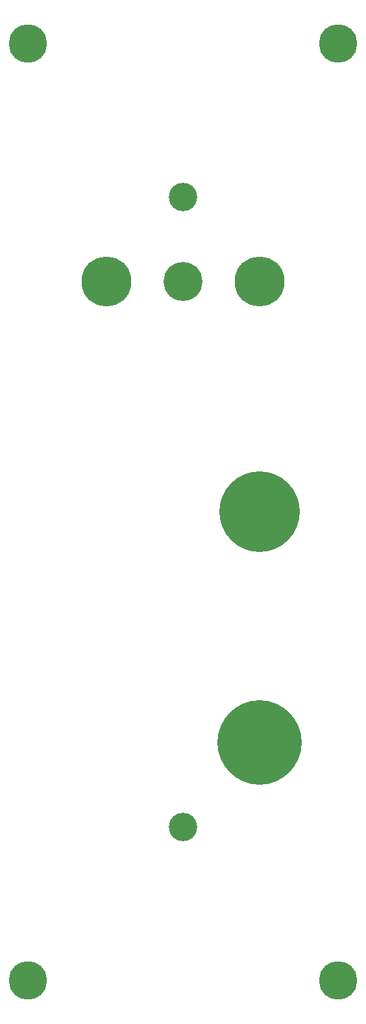
<source format=gts>
G04 start of page 7 for group -4063 idx -4063 *
G04 Title: 26.001.00.01.01.pcb, componentmask *
G04 Creator: pcb 4.2.2 *
G04 CreationDate: Sat Feb 13 13:51:23 2021 UTC *
G04 For: bert *
G04 Format: Gerber/RS-274X *
G04 PCB-Dimensions (mil): 3937.01 5905.51 *
G04 PCB-Coordinate-Origin: lower left *
%MOIN*%
%FSLAX25Y25*%
%LNGTS*%
%ADD43C,0.2000*%
%ADD42C,0.4134*%
%ADD41C,0.2559*%
%ADD40C,0.4331*%
%ADD39C,0.1457*%
%ADD38C,0.1968*%
G54D38*X218504Y539370D03*
X59055D03*
G54D39*X138780Y460630D03*
G54D38*X218504Y59055D03*
X59055D03*
G54D40*X178150Y181102D03*
G54D39*X138780Y137795D03*
G54D41*X99409Y417323D03*
X178150D03*
G54D42*Y299213D03*
G54D43*X138780Y417323D03*
M02*

</source>
